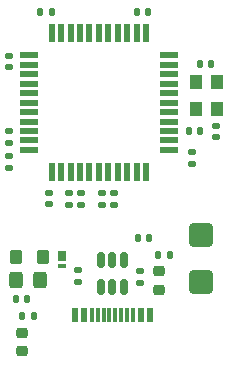
<source format=gbr>
%TF.GenerationSoftware,KiCad,Pcbnew,9.0.4*%
%TF.CreationDate,2025-12-08T21:07:13-08:00*%
%TF.ProjectId,ATmega32u4_Dev,41546d65-6761-4333-9275-345f4465762e,rev?*%
%TF.SameCoordinates,Original*%
%TF.FileFunction,Paste,Top*%
%TF.FilePolarity,Positive*%
%FSLAX46Y46*%
G04 Gerber Fmt 4.6, Leading zero omitted, Abs format (unit mm)*
G04 Created by KiCad (PCBNEW 9.0.4) date 2025-12-08 21:07:13*
%MOMM*%
%LPD*%
G01*
G04 APERTURE LIST*
G04 Aperture macros list*
%AMRoundRect*
0 Rectangle with rounded corners*
0 $1 Rounding radius*
0 $2 $3 $4 $5 $6 $7 $8 $9 X,Y pos of 4 corners*
0 Add a 4 corners polygon primitive as box body*
4,1,4,$2,$3,$4,$5,$6,$7,$8,$9,$2,$3,0*
0 Add four circle primitives for the rounded corners*
1,1,$1+$1,$2,$3*
1,1,$1+$1,$4,$5*
1,1,$1+$1,$6,$7*
1,1,$1+$1,$8,$9*
0 Add four rect primitives between the rounded corners*
20,1,$1+$1,$2,$3,$4,$5,0*
20,1,$1+$1,$4,$5,$6,$7,0*
20,1,$1+$1,$6,$7,$8,$9,0*
20,1,$1+$1,$8,$9,$2,$3,0*%
G04 Aperture macros list end*
%ADD10RoundRect,0.140000X-0.140000X-0.170000X0.140000X-0.170000X0.140000X0.170000X-0.140000X0.170000X0*%
%ADD11RoundRect,0.140000X-0.170000X0.140000X-0.170000X-0.140000X0.170000X-0.140000X0.170000X0.140000X0*%
%ADD12RoundRect,0.135000X-0.185000X0.135000X-0.185000X-0.135000X0.185000X-0.135000X0.185000X0.135000X0*%
%ADD13RoundRect,0.218750X0.256250X-0.218750X0.256250X0.218750X-0.256250X0.218750X-0.256250X-0.218750X0*%
%ADD14R,0.600000X1.150000*%
%ADD15R,0.300000X1.150000*%
%ADD16RoundRect,0.135000X0.185000X-0.135000X0.185000X0.135000X-0.185000X0.135000X-0.185000X-0.135000X0*%
%ADD17RoundRect,0.250000X-0.275000X-0.350000X0.275000X-0.350000X0.275000X0.350000X-0.275000X0.350000X0*%
%ADD18RoundRect,0.250000X0.325000X0.450000X-0.325000X0.450000X-0.325000X-0.450000X0.325000X-0.450000X0*%
%ADD19RoundRect,0.135000X-0.135000X-0.185000X0.135000X-0.185000X0.135000X0.185000X-0.135000X0.185000X0*%
%ADD20R,0.500000X1.500000*%
%ADD21R,1.500000X0.500000*%
%ADD22RoundRect,0.140000X0.170000X-0.140000X0.170000X0.140000X-0.170000X0.140000X-0.170000X-0.140000X0*%
%ADD23RoundRect,0.150000X0.150000X-0.512500X0.150000X0.512500X-0.150000X0.512500X-0.150000X-0.512500X0*%
%ADD24R,1.050000X1.300000*%
%ADD25RoundRect,0.075000X-0.275000X0.390000X-0.275000X-0.390000X0.275000X-0.390000X0.275000X0.390000X0*%
%ADD26RoundRect,0.075000X-0.275000X0.075000X-0.275000X-0.075000X0.275000X-0.075000X0.275000X0.075000X0*%
%ADD27RoundRect,0.135000X0.135000X0.185000X-0.135000X0.185000X-0.135000X-0.185000X0.135000X-0.185000X0*%
%ADD28RoundRect,0.300000X-0.700000X-0.700000X0.700000X-0.700000X0.700000X0.700000X-0.700000X0.700000X0*%
G04 APERTURE END LIST*
D10*
%TO.C,C1*%
X150690000Y-109400000D03*
X151650000Y-109400000D03*
%TD*%
%TO.C,C9*%
X166240000Y-89500000D03*
X167200000Y-89500000D03*
%TD*%
D11*
%TO.C,C5*%
X150100000Y-97350000D03*
X150100000Y-98310000D03*
%TD*%
D12*
%TO.C,R1*%
X155950000Y-106940000D03*
X155950000Y-107960000D03*
%TD*%
D13*
%TO.C,D1*%
X151200000Y-113837500D03*
X151200000Y-112262500D03*
%TD*%
D14*
%TO.C,J1*%
X155650000Y-110795000D03*
X156450000Y-110795000D03*
D15*
X157600000Y-110795000D03*
X158600000Y-110795000D03*
X159100000Y-110795000D03*
X160100000Y-110795000D03*
D14*
X162050000Y-110795000D03*
X161250000Y-110795000D03*
D15*
X160600000Y-110795000D03*
X159600000Y-110795000D03*
X158100000Y-110795000D03*
X157100000Y-110795000D03*
%TD*%
D16*
%TO.C,R2*%
X161200000Y-108060000D03*
X161200000Y-107040000D03*
%TD*%
D10*
%TO.C,C3*%
X160890000Y-85150000D03*
X161850000Y-85150000D03*
%TD*%
D17*
%TO.C,FB1*%
X150675000Y-105850000D03*
X152975000Y-105850000D03*
%TD*%
D18*
%TO.C,F1*%
X152750000Y-107850000D03*
X150700000Y-107850000D03*
%TD*%
D13*
%TO.C,D3*%
X162750000Y-108662500D03*
X162750000Y-107087500D03*
%TD*%
D19*
%TO.C,R6*%
X152680000Y-85150000D03*
X153700000Y-85150000D03*
%TD*%
D12*
%TO.C,R5*%
X165600000Y-97000000D03*
X165600000Y-98020000D03*
%TD*%
D20*
%TO.C,U1*%
X153700000Y-98700000D03*
X154500000Y-98700000D03*
X155300000Y-98700000D03*
X156100000Y-98700000D03*
X156900000Y-98700000D03*
X157700000Y-98700000D03*
X158500000Y-98700000D03*
X159300000Y-98700000D03*
X160100000Y-98700000D03*
X160900000Y-98700000D03*
X161700000Y-98700000D03*
D21*
X163600000Y-96800000D03*
X163600000Y-96000000D03*
X163600000Y-95200000D03*
X163600000Y-94400000D03*
X163600000Y-93600000D03*
X163600000Y-92800000D03*
X163600000Y-92000000D03*
X163600000Y-91200000D03*
X163600000Y-90400000D03*
X163600000Y-89600000D03*
X163600000Y-88800000D03*
D20*
X161700000Y-86900000D03*
X160900000Y-86900000D03*
X160100000Y-86900000D03*
X159300000Y-86900000D03*
X158500000Y-86900000D03*
X157700000Y-86900000D03*
X156900000Y-86900000D03*
X156100000Y-86900000D03*
X155300000Y-86900000D03*
X154500000Y-86900000D03*
X153700000Y-86900000D03*
D21*
X151800000Y-88800000D03*
X151800000Y-89600000D03*
X151800000Y-90400000D03*
X151800000Y-91200000D03*
X151800000Y-92000000D03*
X151800000Y-92800000D03*
X151800000Y-93600000D03*
X151800000Y-94400000D03*
X151800000Y-95200000D03*
X151800000Y-96000000D03*
X151800000Y-96800000D03*
%TD*%
D22*
%TO.C,C10*%
X150100000Y-96200000D03*
X150100000Y-95240000D03*
%TD*%
D11*
%TO.C,C4*%
X150100000Y-88820000D03*
X150100000Y-89780000D03*
%TD*%
D23*
%TO.C,U2*%
X157900000Y-108375000D03*
X158850000Y-108375000D03*
X159800000Y-108375000D03*
X159800000Y-106100000D03*
X158850000Y-106100000D03*
X157900000Y-106100000D03*
%TD*%
D11*
%TO.C,C7*%
X157950000Y-100470000D03*
X157950000Y-101430000D03*
%TD*%
D24*
%TO.C,Y1*%
X165925000Y-91050000D03*
X165925000Y-93350000D03*
X167675000Y-93350000D03*
X167675000Y-91050000D03*
%TD*%
D11*
%TO.C,C13*%
X158950000Y-100470000D03*
X158950000Y-101430000D03*
%TD*%
D25*
%TO.C,D2*%
X154550000Y-105765000D03*
D26*
X154550000Y-106650000D03*
%TD*%
D27*
%TO.C,R7*%
X163750000Y-105687500D03*
X162730000Y-105687500D03*
%TD*%
%TO.C,R8*%
X152250000Y-110837500D03*
X151230000Y-110837500D03*
%TD*%
D28*
%TO.C,SW1*%
X166325000Y-107975000D03*
X166325000Y-103975000D03*
%TD*%
D16*
%TO.C,R3*%
X156200000Y-101500000D03*
X156200000Y-100480000D03*
%TD*%
D10*
%TO.C,C11*%
X160990000Y-104300000D03*
X161950000Y-104300000D03*
%TD*%
%TO.C,C12*%
X165290000Y-95200000D03*
X166250000Y-95200000D03*
%TD*%
D16*
%TO.C,R4*%
X155200000Y-101500000D03*
X155200000Y-100480000D03*
%TD*%
D11*
%TO.C,C8*%
X167650000Y-94790000D03*
X167650000Y-95750000D03*
%TD*%
%TO.C,C6*%
X153500000Y-100420000D03*
X153500000Y-101380000D03*
%TD*%
M02*

</source>
